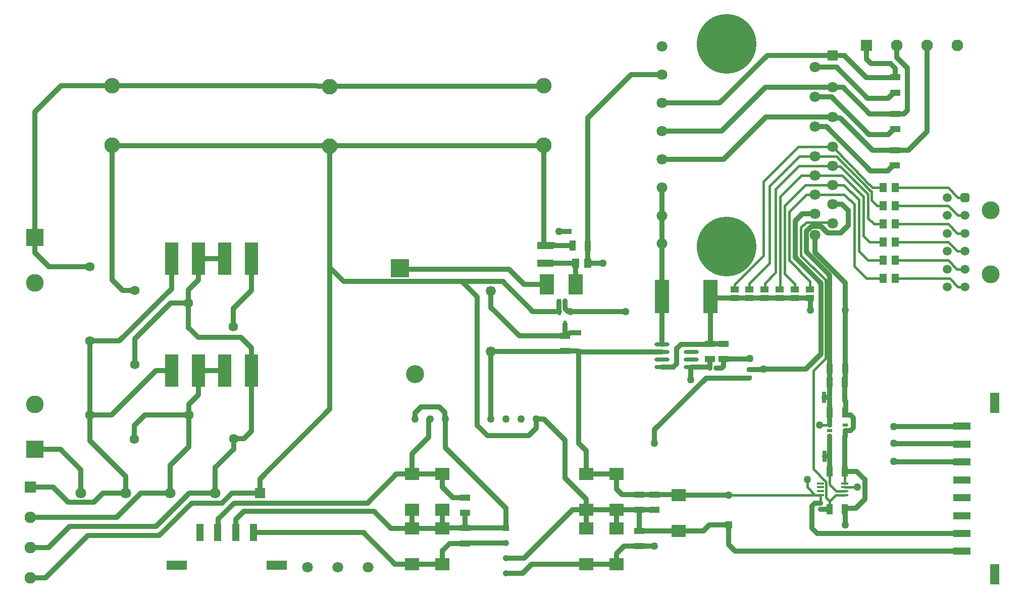
<source format=gtl>
G04*
G04 #@! TF.GenerationSoftware,Altium Limited,Altium Designer,24.10.1 (45)*
G04*
G04 Layer_Physical_Order=1*
G04 Layer_Color=255*
%FSLAX44Y44*%
%MOMM*%
G71*
G04*
G04 #@! TF.SameCoordinates,05503BBC-DAE6-461F-9388-7E2EE6D9866D*
G04*
G04*
G04 #@! TF.FilePolarity,Positive*
G04*
G01*
G75*
%ADD18C,0.2540*%
%ADD22R,1.2500X1.5500*%
%ADD23R,3.4300X1.6500*%
%ADD24R,1.2700X2.9200*%
%ADD25R,1.3562X1.0546*%
%ADD26R,2.9200X1.2700*%
%ADD27R,1.6500X3.4300*%
%ADD28R,1.1055X1.6582*%
%ADD29R,2.7000X1.2000*%
%ADD30R,0.5588X1.2192*%
%ADD31R,0.6500X0.6500*%
%ADD32R,1.6582X1.1055*%
%ADD33R,0.9500X0.9000*%
%ADD34R,0.8121X0.6587*%
%ADD35R,0.6500X0.6500*%
%ADD36R,1.9062X0.7562*%
%ADD37R,2.3300X1.9900*%
%ADD38R,2.4892X5.5880*%
%ADD39R,0.7562X1.9062*%
%ADD40R,0.9000X0.9500*%
%ADD41R,2.3022X5.4031*%
%ADD42R,2.4600X3.4200*%
%ADD43O,2.5000X0.7000*%
%ADD44R,0.8763X0.5080*%
%ADD45R,1.2565X0.4180*%
G04:AMPARAMS|DCode=46|XSize=1.2565mm|YSize=0.418mm|CornerRadius=0.209mm|HoleSize=0mm|Usage=FLASHONLY|Rotation=180.000|XOffset=0mm|YOffset=0mm|HoleType=Round|Shape=RoundedRectangle|*
%AMROUNDEDRECTD46*
21,1,1.2565,0.0000,0,0,180.0*
21,1,0.8385,0.4180,0,0,180.0*
1,1,0.4180,-0.4193,0.0000*
1,1,0.4180,0.4193,0.0000*
1,1,0.4180,0.4193,0.0000*
1,1,0.4180,-0.4193,0.0000*
%
%ADD46ROUNDEDRECTD46*%
%ADD59R,1.8034X1.8034*%
%ADD60C,1.8034*%
%ADD64C,1.6900*%
%ADD65C,3.0300*%
%ADD66R,3.1600X3.1600*%
%ADD67C,2.6162*%
%ADD70C,1.2700*%
%ADD71C,1.0668*%
%ADD72R,1.0668X1.0668*%
%ADD79C,1.3000*%
%ADD80R,1.3000X1.3000*%
%ADD82C,0.4064*%
%ADD83C,0.8128*%
%ADD84C,3.0000*%
%ADD85C,1.5200*%
G04:AMPARAMS|DCode=86|XSize=1.52mm|YSize=1.52mm|CornerRadius=0.38mm|HoleSize=0mm|Usage=FLASHONLY|Rotation=90.000|XOffset=0mm|YOffset=0mm|HoleType=Round|Shape=RoundedRectangle|*
%AMROUNDEDRECTD86*
21,1,1.5200,0.7600,0,0,90.0*
21,1,0.7600,1.5200,0,0,90.0*
1,1,0.7600,0.3800,0.3800*
1,1,0.7600,0.3800,-0.3800*
1,1,0.7600,-0.3800,-0.3800*
1,1,0.7600,-0.3800,0.3800*
%
%ADD86ROUNDEDRECTD86*%
%ADD87C,10.0160*%
%ADD88C,1.8000*%
%ADD89R,1.8000X1.8000*%
%ADD90R,1.9500X1.9500*%
%ADD91C,1.9500*%
%ADD92R,1.9500X1.9500*%
%ADD93C,2.9700*%
%ADD94R,2.9700X2.9700*%
%ADD95C,1.5900*%
D18*
X1189118Y734806D02*
X1189355Y734568D01*
X1188880Y751840D02*
X1189118Y751602D01*
X1323340Y340297D02*
X1323403Y340360D01*
X1442372Y680157D02*
X1442594Y680379D01*
X1442340Y680125D02*
X1442372Y680157D01*
X1442974Y756920D02*
Y759460D01*
X1361186D02*
X1361729Y758917D01*
X1361186Y759460D02*
X1361831Y760105D01*
X1221740Y667510D02*
X1222190Y667060D01*
D22*
X1752690Y850900D02*
D03*
X1732190D02*
D03*
X1732100Y911860D02*
D03*
X1752600D02*
D03*
X1732190Y881380D02*
D03*
X1752690D02*
D03*
X1732110Y942340D02*
D03*
X1752610D02*
D03*
X1732190Y820420D02*
D03*
X1752690D02*
D03*
X1732190Y789940D02*
D03*
X1752690D02*
D03*
X1216480Y815340D02*
D03*
X1236980D02*
D03*
D23*
X547997Y308464D02*
D03*
X715897D02*
D03*
D24*
X646947Y363164D02*
D03*
X676947D02*
D03*
X616947D02*
D03*
X586947D02*
D03*
D25*
X1584548Y771798D02*
D03*
Y757282D02*
D03*
X1533748Y771436D02*
D03*
Y756920D02*
D03*
X1559148Y771436D02*
D03*
Y756920D02*
D03*
X1483360Y771774D02*
D03*
Y757259D02*
D03*
X1609948Y771798D02*
D03*
Y757282D02*
D03*
X1508348Y771798D02*
D03*
Y757282D02*
D03*
D26*
X1864760Y331880D02*
D03*
Y361880D02*
D03*
Y421880D02*
D03*
Y481880D02*
D03*
Y541880D02*
D03*
Y511880D02*
D03*
Y451880D02*
D03*
Y391880D02*
D03*
D27*
X1919460Y580830D02*
D03*
Y292930D02*
D03*
D28*
X1236980Y844804D02*
D03*
X1211453Y845058D02*
D03*
X1668465Y402570D02*
D03*
X1642938D02*
D03*
X1668529Y565130D02*
D03*
X1643002D02*
D03*
X1668465Y466070D02*
D03*
X1642938D02*
D03*
X1668592Y638790D02*
D03*
X1643065D02*
D03*
X1668465Y615930D02*
D03*
X1642938D02*
D03*
D29*
X1165860Y845080D02*
D03*
Y816080D02*
D03*
D30*
X1198880Y713232D02*
D03*
X1189355Y734568D02*
D03*
X1208405D02*
D03*
D31*
X1188880Y751840D02*
D03*
X1198880D02*
D03*
X1442420Y639548D02*
D03*
X1452420D02*
D03*
D32*
X1442340Y654598D02*
D03*
Y680125D02*
D03*
X1465200Y654661D02*
D03*
Y680188D02*
D03*
X1751971Y1005303D02*
D03*
Y979776D02*
D03*
X1348740Y401320D02*
D03*
Y426847D02*
D03*
X1323340Y340297D02*
D03*
Y365824D02*
D03*
Y426847D02*
D03*
Y401320D02*
D03*
X1752680Y1127760D02*
D03*
Y1102233D02*
D03*
Y1066334D02*
D03*
Y1040807D02*
D03*
X1198880Y668020D02*
D03*
Y693547D02*
D03*
X1031240Y421767D02*
D03*
Y396240D02*
D03*
Y345313D02*
D03*
Y370840D02*
D03*
D33*
X1488042Y654451D02*
D03*
Y622951D02*
D03*
X1221740Y699010D02*
D03*
Y667510D02*
D03*
D34*
X1508362Y623461D02*
D03*
Y636996D02*
D03*
D35*
X1627825Y412570D02*
D03*
Y402570D02*
D03*
D36*
X1726571Y970803D02*
D03*
Y1005303D02*
D03*
X1727280Y1092730D02*
D03*
Y1127230D02*
D03*
Y1031770D02*
D03*
Y1066270D02*
D03*
D37*
X1234440Y461520D02*
D03*
Y401320D02*
D03*
Y309880D02*
D03*
Y370080D02*
D03*
X1285240Y309880D02*
D03*
Y370080D02*
D03*
Y461520D02*
D03*
Y401320D02*
D03*
X1389380Y366140D02*
D03*
Y426340D02*
D03*
X942340Y461520D02*
D03*
Y401320D02*
D03*
X993140Y461520D02*
D03*
Y401320D02*
D03*
X942340Y310261D02*
D03*
Y370461D02*
D03*
X993140Y310260D02*
D03*
Y370460D02*
D03*
D38*
X1442974Y759460D02*
D03*
X1361186D02*
D03*
D39*
X1633435Y590530D02*
D03*
X1667935D02*
D03*
X1633965Y491470D02*
D03*
X1668465D02*
D03*
D40*
X1236980Y868680D02*
D03*
X1205480D02*
D03*
D41*
X584200Y822960D02*
D03*
X539191D02*
D03*
X673100Y635000D02*
D03*
X628091D02*
D03*
X539191D02*
D03*
X584200D02*
D03*
X673100Y822960D02*
D03*
X628091D02*
D03*
D42*
X1216660Y779780D02*
D03*
X1168160D02*
D03*
D43*
X1410728Y641660D02*
D03*
Y654360D02*
D03*
Y667060D02*
D03*
Y679760D02*
D03*
X1361729Y641660D02*
D03*
Y654360D02*
D03*
Y667060D02*
D03*
Y679760D02*
D03*
D44*
X1668910Y525150D02*
D03*
Y534650D02*
D03*
Y544150D02*
D03*
X1642621D02*
D03*
Y534650D02*
D03*
Y525150D02*
D03*
D45*
X1668465Y426550D02*
D03*
D46*
Y433050D02*
D03*
Y439551D02*
D03*
Y446050D02*
D03*
X1627448D02*
D03*
Y439551D02*
D03*
Y433050D02*
D03*
Y426550D02*
D03*
D59*
X687280Y429260D02*
D03*
D60*
X612280D02*
D03*
X537280D02*
D03*
X462280D02*
D03*
X387280D02*
D03*
X767080Y304800D02*
D03*
X817880D02*
D03*
X868680D02*
D03*
D64*
X1074957Y768991D02*
D03*
Y667391D02*
D03*
D65*
X947957Y629291D02*
D03*
D66*
X922557Y807091D02*
D03*
D67*
X1163320Y1013460D02*
D03*
Y1113460D02*
D03*
X439420D02*
D03*
Y1013460D02*
D03*
X804551Y1111983D02*
D03*
Y1011983D02*
D03*
D70*
X1150620Y553720D02*
D03*
X1125220D02*
D03*
X1099820D02*
D03*
X1074420D02*
D03*
X998220D02*
D03*
X972820D02*
D03*
X947420D02*
D03*
X1300480Y734060D02*
D03*
X1262380Y815340D02*
D03*
X1605280Y452120D02*
D03*
X1625600Y543560D02*
D03*
X1610360Y736600D02*
D03*
X1668780D02*
D03*
X1689100Y439420D02*
D03*
X1508760Y655320D02*
D03*
X1531620Y637540D02*
D03*
X1750060Y482600D02*
D03*
Y513080D02*
D03*
Y541020D02*
D03*
X1668780Y375920D02*
D03*
X1348740Y513080D02*
D03*
X1409700Y619760D02*
D03*
X1188720Y868680D02*
D03*
X1348740Y340360D02*
D03*
D71*
X1099820Y294640D02*
D03*
Y320040D02*
D03*
Y345440D02*
D03*
D72*
Y370840D02*
D03*
D79*
X1473200Y426320D02*
D03*
D80*
Y376320D02*
D03*
D82*
X1701699Y955009D02*
G03*
X1701699Y955008I2874J2873D01*
G01*
X1702890Y953818D02*
X1714367Y942340D01*
X1731360D01*
X1701699Y955008D02*
X1702890Y953818D01*
X1701667Y955040D02*
X1701699Y955009D01*
X1483360Y771774D02*
Y779780D01*
Y769620D02*
Y771774D01*
X1841500Y942340D02*
X1858000Y925840D01*
X1752610Y942340D02*
X1841500D01*
X1750150Y944800D02*
X1752610Y942340D01*
X1722120Y911860D02*
X1731350D01*
X1712787Y921192D02*
X1722120Y911860D01*
X1752600D02*
X1841983D01*
X1858004Y895840D02*
X1869620D01*
X1841983Y911860D02*
X1858004Y895840D01*
X1856846Y865840D02*
X1869620D01*
X1841306Y881380D02*
X1856846Y865840D01*
X1752690Y881380D02*
X1841306D01*
X1707453Y890966D02*
Y931607D01*
X1717040Y881380D02*
X1732190D01*
X1707453Y890966D02*
X1717040Y881380D01*
X1534084Y771436D02*
Y782244D01*
X1709420Y850900D02*
X1732940D01*
X1699260Y861060D02*
X1709420Y850900D01*
X1699260Y861060D02*
Y927100D01*
X1559560Y771436D02*
Y927100D01*
X1841500Y850900D02*
X1856560Y835840D01*
X1753440Y850900D02*
X1841500D01*
X1856560Y835840D02*
X1869620D01*
X1704340Y789940D02*
X1732190D01*
X1684020Y810260D02*
X1704340Y789940D01*
X1684020Y810260D02*
Y914400D01*
X1706880Y820420D02*
X1731440D01*
X1691640Y835660D02*
X1706880Y820420D01*
X1691640Y835660D02*
Y922020D01*
X1856180Y805840D02*
X1869620D01*
X1841600Y820420D02*
X1856180Y805840D01*
X1752690Y820420D02*
X1841600D01*
X1844040Y789940D02*
X1858140Y775840D01*
X1751940Y789940D02*
X1844040D01*
X1858000Y925840D02*
X1869620D01*
X1858140Y775840D02*
X1869620D01*
X1646131Y884583D02*
X1647831Y882883D01*
X1603403Y884583D02*
X1646131D01*
X1594830Y876010D02*
X1603403Y884583D01*
X1618242Y426573D02*
X1627142D01*
X1627218Y426497D01*
X1605394Y439420D02*
X1618242Y426573D01*
X1605394Y439420D02*
Y452006D01*
X1615440Y635000D02*
X1635699Y655259D01*
X1615440Y469877D02*
Y635000D01*
Y469877D02*
X1637033Y448284D01*
X1625895Y543855D02*
X1642325D01*
X1635699Y655259D02*
Y787461D01*
X1594830Y828330D02*
Y876010D01*
Y828330D02*
X1635699Y787461D01*
X1642938Y444011D02*
X1653899Y433050D01*
X1642938Y444011D02*
Y466070D01*
X1637033Y422187D02*
X1642938Y416282D01*
X1653899Y433050D02*
X1668465D01*
X1637033Y422187D02*
Y448284D01*
X1574800Y901700D02*
X1603983Y930883D01*
X1574800Y820420D02*
Y901700D01*
Y820420D02*
X1609948Y785272D01*
Y771798D02*
Y785272D01*
X1551940Y800100D02*
Y939800D01*
X1534084Y782244D02*
X1551940Y800100D01*
X1583954Y772392D02*
Y780786D01*
X1567180Y797560D02*
Y911860D01*
X1583954Y772392D02*
X1584548Y771798D01*
X1567180Y797560D02*
X1583954Y780786D01*
X1567180Y911860D02*
X1602203Y946883D01*
X1551940Y939800D02*
X1591023Y978883D01*
X1508348Y781908D02*
X1541780Y815340D01*
Y944880D01*
X1508348Y771798D02*
Y781908D01*
X1483360Y779780D02*
X1531620Y828040D01*
Y952500D01*
X1559560Y927100D02*
X1595343Y962883D01*
X1617831Y930883D02*
X1667537D01*
X1642938Y402570D02*
Y416282D01*
X1653207Y426550D02*
X1668465D01*
X1642938Y416282D02*
X1653207Y426550D01*
X1603983Y930883D02*
X1617831D01*
X1668465Y446050D02*
Y463307D01*
Y439551D02*
X1688969D01*
X1473200Y426320D02*
X1622994D01*
X1627679D02*
X1627825Y426174D01*
Y412570D02*
Y426174D01*
X1531620Y952500D02*
X1590003Y1010883D01*
X1541780Y944880D02*
X1591783Y994883D01*
X1602203Y946883D02*
X1647831D01*
X1595343Y962883D02*
X1617831D01*
X1591023Y978883D02*
X1647831D01*
X1591783Y994883D02*
X1617831D01*
X1590003Y1010883D02*
X1647831D01*
X1667537Y930883D02*
X1684020Y914400D01*
X1648199Y978514D02*
X1660546D01*
X1647831Y978883D02*
X1648199Y978514D01*
X1660546D02*
X1707453Y931607D01*
X1663477Y962883D02*
X1699260Y927100D01*
X1617831Y962883D02*
X1663477D01*
X1666777Y946883D02*
X1691640Y922020D01*
X1647831Y946883D02*
X1666777D01*
X1709833Y938460D02*
X1712787Y935506D01*
Y921192D02*
Y935506D01*
X1709184Y939102D02*
X1709833Y938460D01*
X1704438Y943845D02*
X1704469Y943812D01*
X1660058Y989338D02*
X1661560Y987836D01*
X1708816Y939466D02*
X1709184Y939102D01*
X1704197Y944097D02*
X1704438Y943845D01*
X1704469Y943812D02*
X1708816Y939466D01*
X1661560Y987836D02*
X1704197Y944097D01*
X1702890Y953818D02*
X1702890D01*
X1648054Y1011097D02*
X1649241Y1009911D01*
X1647831Y1010883D02*
X1648054Y1011097D01*
X1649241Y1009911D02*
X1701667Y955040D01*
X1654384Y994883D02*
X1659929Y989338D01*
X1648920Y994883D02*
X1654384D01*
X1617831Y994883D02*
X1648920D01*
X1659929Y989338D02*
X1660058D01*
X1648920Y994883D02*
X1648920Y994883D01*
D83*
X568960Y429260D02*
X612280D01*
X513080Y373380D02*
X568960Y429260D01*
X368300Y373380D02*
X513080D01*
X518282Y358262D02*
X573024Y413004D01*
X398902Y358262D02*
X518282D01*
X1163320Y847016D02*
X1179164D01*
X998220Y505460D02*
X1099820Y403860D01*
X1031240Y370840D02*
X1099820D01*
Y403860D01*
X673100Y635000D02*
Y673100D01*
X655320Y690880D02*
X673100Y673100D01*
X1209675Y734060D02*
X1300480D01*
X1236980Y815340D02*
X1262380D01*
X914019Y310261D02*
X942340D01*
X861116Y363164D02*
X914019Y310261D01*
X676947Y363164D02*
X861116D01*
X867664Y413004D02*
X916180Y461520D01*
X644144Y413004D02*
X867664D01*
X878840Y398780D02*
X907160Y370461D01*
X646947Y385327D02*
X660400Y398780D01*
X617220Y386080D02*
X644144Y413004D01*
X660400Y398780D02*
X878840D01*
X646947Y363164D02*
Y385327D01*
X907160Y370461D02*
X942340D01*
Y401320D01*
X617220Y363164D02*
Y386080D01*
X573024Y413004D02*
X623824D01*
X640080Y429260D01*
X1348659Y401401D02*
X1348740Y401320D01*
X970280Y523240D02*
Y553720D01*
X640080Y429260D02*
X687280D01*
X1473200Y342900D02*
X1484220Y331880D01*
X1473200Y342900D02*
Y376320D01*
X1484220Y331880D02*
X1864760D01*
X1441612Y376320D02*
X1473200D01*
X439420Y1113460D02*
X763311D01*
X354000D02*
X439420D01*
X763311D02*
X803544Y1112990D01*
X804551Y1111983D01*
X612280Y472580D02*
X643331Y503631D01*
X612280Y429260D02*
Y472580D01*
X487680Y429260D02*
X537280D01*
Y476330D02*
X568331Y507381D01*
X537280Y429260D02*
Y476330D01*
X568331Y507381D02*
Y560803D01*
X643331Y503631D02*
Y520803D01*
X660503D01*
X327660Y287020D02*
X398902Y358262D01*
X332740Y337820D02*
X368300Y373380D01*
X447040Y388620D02*
X487680Y429260D01*
X302260Y388620D02*
X447040D01*
X1864400Y482240D02*
X1864760Y481880D01*
X1750420Y482240D02*
X1864400D01*
X1864160Y512480D02*
X1864760Y511880D01*
X1750660Y512480D02*
X1864160D01*
X1864330Y541450D02*
X1864760Y541880D01*
X1750490Y541450D02*
X1864330D01*
X1584960Y886779D02*
X1597064Y898883D01*
X1617831D01*
X1603497Y868820D02*
X1611893Y877217D01*
X1628497D02*
X1639574Y866140D01*
X1611893Y877217D02*
X1628497D01*
X1605280Y452120D02*
X1605394Y452006D01*
X1642325Y543855D02*
X1642621Y544150D01*
X1625600Y543560D02*
X1625895Y543855D01*
X1602740Y637540D02*
X1628333Y663133D01*
X1531620Y637540D02*
X1602740D01*
X1628333Y663133D02*
Y782127D01*
X1610154Y736806D02*
X1610360Y736600D01*
X1609948Y757282D02*
X1610154Y757076D01*
Y736806D02*
Y757076D01*
X1668686Y736506D02*
X1668780Y736600D01*
X1668686Y638884D02*
Y736506D01*
X1668592Y638790D02*
X1668686Y638884D01*
X1617831Y833860D02*
X1668780Y782911D01*
Y736600D02*
Y782911D01*
X1617831Y833860D02*
Y862883D01*
X1668592Y616057D02*
Y638790D01*
X1584960Y825500D02*
X1628333Y782127D01*
X1584960Y825500D02*
Y886779D01*
X1603497Y834903D02*
Y868820D01*
Y834903D02*
X1643065Y795335D01*
Y638790D02*
Y795335D01*
X1661160Y866140D02*
X1673860Y878840D01*
X1639574Y866140D02*
X1661160D01*
X1673860Y878840D02*
Y904240D01*
X1647831Y914883D02*
X1663217D01*
X1673860Y904240D01*
X1442594Y756181D02*
X1443672Y757259D01*
X1483360D01*
X1483372Y757270D01*
X1508336D02*
X1508348Y757282D01*
X1483372Y757270D02*
X1508336D01*
X1533748Y756920D02*
X1559148D01*
X1508710D02*
X1533748D01*
X1508348Y757282D02*
X1508710Y756920D01*
X1559148D02*
X1559510Y757282D01*
X1584548D01*
X1609948D01*
X1627825Y402570D02*
X1642938D01*
Y466070D02*
Y489982D01*
X1621860Y361880D02*
X1864760D01*
X1643065Y616057D02*
Y638790D01*
X1208405Y734568D02*
X1208532Y734441D01*
X1203918D02*
X1208532D01*
X1488476Y654886D02*
X1508326D01*
X1488042Y654451D02*
X1488476Y654886D01*
X1508326D02*
X1508760Y655320D01*
X1463941Y654661D02*
X1465200D01*
X1508362Y636996D02*
X1531075D01*
X1487832Y654661D02*
X1488042Y654451D01*
X1750060Y482600D02*
X1750420Y482240D01*
X1750060Y513080D02*
X1750660Y512480D01*
X1750060Y541020D02*
X1750490Y541450D01*
X1488042Y622951D02*
X1507852D01*
X1435751D02*
X1488042D01*
X1348740Y513080D02*
Y535940D01*
X1435751Y622951D01*
X1612900Y370840D02*
X1621860Y361880D01*
X1612900Y370840D02*
Y407809D01*
X1668623Y376077D02*
X1668780Y375920D01*
X1668465Y402570D02*
X1668623Y402413D01*
Y376077D02*
Y402413D01*
X1612900Y407809D02*
X1617661Y412570D01*
X1627825D01*
X1701800Y419100D02*
Y452120D01*
X1669698Y403803D02*
X1686503D01*
X1701800Y419100D01*
X1687850Y466070D02*
X1701800Y452120D01*
X1668465Y402570D02*
X1669698Y403803D01*
X1668465Y466070D02*
X1687850D01*
X1409700Y619760D02*
X1410214Y620274D01*
Y641146D01*
X1410728Y641660D01*
X1440309D01*
X1442420Y639548D01*
X1188720Y868680D02*
X1205480D01*
X1163320Y847016D02*
X1165256Y845080D01*
X1163320Y847016D02*
Y1013460D01*
X1165256Y845080D02*
X1165860D01*
X947642Y629605D02*
X947957Y629291D01*
X804551Y808494D02*
Y1011983D01*
Y808494D02*
X828184Y784860D01*
X804551Y570871D02*
Y808494D01*
X1026160Y784860D02*
X1051758Y759262D01*
Y543363D02*
Y759262D01*
Y543363D02*
X1069340Y525780D01*
X828184Y784860D02*
X1026160D01*
X1094740D01*
X1069340Y525780D02*
X1137920D01*
X1150620Y538480D01*
Y553720D01*
X1163320D01*
X687280Y453600D02*
X804551Y570871D01*
X805289Y1012722D02*
X1162582D01*
X1094740Y784860D02*
X1145032Y734568D01*
X687280Y429260D02*
Y453600D01*
X1145032Y734568D02*
X1189355D01*
X988060Y574040D02*
X997345Y564755D01*
X957580Y574040D02*
X988060D01*
X997345Y554595D02*
X998220Y553720D01*
X997345Y554595D02*
Y564755D01*
X998220Y505460D02*
Y553720D01*
X1130300Y320040D02*
X1211580Y401320D01*
X1234440D01*
X1198880Y454660D02*
X1234440Y419100D01*
X1198880Y454660D02*
Y518160D01*
X1163320Y553720D02*
X1198880Y518160D01*
X1234440Y401320D02*
Y419100D01*
Y370080D02*
Y401320D01*
X1099820Y320040D02*
X1130300D01*
X1198880Y739479D02*
Y751840D01*
Y739479D02*
X1203918Y734441D01*
X1189118Y734806D02*
Y751602D01*
X1181470Y815710D02*
X1216110D01*
X1181100Y816080D02*
X1181470Y815710D01*
X1216110D02*
X1216480Y815340D01*
X1162582Y1012722D02*
X1163320Y1013460D01*
X1179164Y847016D02*
X1181111Y845069D01*
X924467Y805180D02*
X1104900D01*
X947420Y553720D02*
Y563880D01*
X957580Y574040D01*
X804551Y1111983D02*
X805289Y1112721D01*
X1162582D02*
X1163320Y1113460D01*
X805289Y1112721D02*
X1162582D01*
X1181111Y845069D02*
X1211442D01*
X1211453Y845058D01*
X1216480Y779960D02*
Y815340D01*
Y779960D02*
X1216660Y779780D01*
X1130300D02*
X1168160D01*
X1104900Y805180D02*
X1130300Y779780D01*
X922557Y807091D02*
X924467Y805180D01*
X1236980Y815340D02*
Y844804D01*
Y868680D01*
Y1059180D01*
X1309933Y1132133D01*
X1389400Y426320D02*
X1473200D01*
X1410728Y679760D02*
X1441975D01*
X1393500D02*
X1410728D01*
X1323403Y340360D02*
X1348740D01*
X1667935Y590530D02*
Y615400D01*
Y585346D02*
Y590530D01*
X1442594Y680379D02*
Y756181D01*
X1465200Y654661D02*
X1487832D01*
X1465200Y642953D02*
Y654661D01*
X1461795Y639548D02*
X1465200Y642953D01*
X1465168Y680157D02*
X1465200Y680188D01*
X1442340Y654598D02*
X1442420Y654518D01*
Y639548D02*
Y654518D01*
X1452420Y639548D02*
X1461795D01*
X1442372Y680157D02*
X1465168D01*
X1386508Y647368D02*
Y672768D01*
X1393500Y679760D01*
X1380800Y641660D02*
X1386508Y647368D01*
X1361729Y641660D02*
X1380800D01*
X1641450Y491470D02*
X1642938Y489982D01*
X1642621Y492641D02*
Y525150D01*
X1641450Y491470D02*
X1642621Y492641D01*
X1633965Y491470D02*
X1641450D01*
X1642621Y564758D02*
X1642997Y565135D01*
X1642621Y544150D02*
Y564758D01*
X1642997Y565135D02*
Y589042D01*
X1633435Y590530D02*
X1640525D01*
X1641509D02*
X1642997Y589042D01*
X1640525Y590530D02*
X1641509D01*
X1640525D02*
X1642938Y592943D01*
Y615930D01*
X1643065Y616057D01*
X1682791Y539412D02*
Y556142D01*
X1678030Y534650D02*
X1682791Y539412D01*
X1668910Y534650D02*
X1678030D01*
X1668529Y565130D02*
X1669649Y566250D01*
X1668529Y562367D02*
X1669992Y560903D01*
X1678030D01*
X1682791Y556142D01*
X1667935Y585346D02*
X1669649Y583633D01*
Y566250D02*
Y583633D01*
X1668465Y466070D02*
Y491470D01*
Y524706D02*
X1668910Y525150D01*
X1668465Y491470D02*
Y524706D01*
X1668910Y525150D02*
Y534650D01*
X1667935Y615400D02*
X1668465Y615930D01*
X1668592Y616057D01*
X1711960Y1150620D02*
X1744980D01*
X1704340Y1158240D02*
Y1181100D01*
Y1158240D02*
X1711960Y1150620D01*
X1361729Y679760D02*
Y758917D01*
X1361831Y760105D02*
Y848333D01*
X1234440Y461520D02*
Y500380D01*
X1221740Y513080D02*
Y667510D01*
Y513080D02*
X1234440Y500380D01*
X1222190Y667060D02*
X1361729D01*
X1074957Y741143D02*
Y768991D01*
Y741143D02*
X1122553Y693547D01*
X1198880D01*
X1201644D02*
X1207107Y699010D01*
X1221740D01*
X1198880Y693547D02*
X1201644D01*
X1198880D02*
Y713232D01*
X1221230Y668020D02*
X1221740Y667510D01*
X1198880Y668020D02*
X1221230D01*
X1074957Y667391D02*
X1198251D01*
X1198880Y668020D01*
X1074688Y667122D02*
X1074957Y667391D01*
X1074688Y553988D02*
Y667122D01*
X1234440Y461520D02*
X1285240D01*
X1309933Y1132133D02*
X1361831D01*
Y848333D02*
Y895633D01*
Y942933D01*
X1711437Y970803D02*
X1726571D01*
X1637357Y1044883D02*
X1711437Y970803D01*
X1617831Y1044883D02*
X1637357D01*
X1774923Y1005303D02*
X1805940Y1036320D01*
X1751971Y1005303D02*
X1774923D01*
X1751971D02*
X1752876D01*
X1726571D02*
X1750060D01*
X1754734D01*
X1715037D02*
X1726571D01*
X1660501Y1059839D02*
X1715037Y1005303D01*
X1726571Y970803D02*
X1740234D01*
X1749207Y979776D02*
X1751971D01*
X1740234Y970803D02*
X1749207Y979776D01*
X1767429Y1066389D02*
X1772920Y1071880D01*
X1752735Y1066389D02*
X1767429D01*
X1772920Y1071880D02*
Y1143000D01*
X1752616Y1066270D02*
X1752735Y1066389D01*
X1805940Y1036320D02*
Y1180813D01*
X1648875Y1059839D02*
X1660501D01*
X1647831Y1060883D02*
X1648875Y1059839D01*
X1706350Y1092730D02*
X1740621D01*
X1654197Y1144883D02*
X1706350Y1092730D01*
X1617831Y1144883D02*
X1654197D01*
X1708890Y1031770D02*
X1740879D01*
X1645777Y1094883D02*
X1708890Y1031770D01*
X1617831Y1094883D02*
X1645777D01*
X1535863Y1060883D02*
X1647831D01*
X1709950Y1066270D02*
X1727280D01*
X1665337Y1110883D02*
X1709950Y1066270D01*
X1647831Y1110883D02*
X1665337D01*
X1535063D02*
X1647831D01*
X1704870Y1127230D02*
X1727280D01*
X1647831Y1164883D02*
X1667217D01*
X1704870Y1127230D01*
X1538263Y1164883D02*
X1647831D01*
X1740621Y1092730D02*
X1745659Y1097768D01*
Y1097975D01*
X1749916Y1102233D02*
X1752680D01*
X1745659Y1097975D02*
X1749916Y1102233D01*
X1740879Y1031770D02*
X1749916Y1040807D01*
X1752680D01*
X1755140Y1160780D02*
X1772920Y1143000D01*
X1755140Y1160780D02*
Y1181100D01*
X1744980Y1150620D02*
X1752680Y1142920D01*
Y1127760D02*
Y1142920D01*
X1727280Y1127230D02*
X1749916D01*
Y1127760D02*
X1752680D01*
X1727280Y1066270D02*
X1752616D01*
X1465213Y990233D02*
X1535863Y1060883D01*
X1361831Y990233D02*
X1465213D01*
X1362653Y1037533D02*
X1461713D01*
X1535063Y1110883D01*
X1361831Y1084833D02*
X1458213D01*
X1538263Y1164883D01*
X804551Y1011983D02*
X805289Y1012722D01*
X803812D02*
X804551Y1011983D01*
X439420Y1013460D02*
X440158Y1012722D01*
X803812D01*
X457200Y769620D02*
X477520D01*
X439420Y787400D02*
Y1013460D01*
Y787400D02*
X457200Y769620D01*
X1074420Y553720D02*
X1074688Y553988D01*
X1285240Y309880D02*
Y327660D01*
X1297877Y340297D02*
X1323340D01*
X1285240Y327660D02*
X1297877Y340297D01*
X1234440Y309880D02*
X1285240D01*
X1389064Y365824D02*
X1389380Y366140D01*
X1323340Y365824D02*
X1389064D01*
X1323340D02*
Y401320D01*
X1391080Y366140D02*
X1431432D01*
X1441612Y376320D01*
X1389380Y426340D02*
X1389400Y426320D01*
X1348740Y426847D02*
X1388873D01*
X1389380Y426340D01*
X1323340Y426847D02*
X1348740D01*
X1285240Y436420D02*
Y461520D01*
Y436420D02*
X1294813Y426847D01*
X1323340D01*
Y401320D02*
X1348740D01*
X1285240D02*
X1323340D01*
X1234440D02*
X1285240D01*
Y370080D02*
Y401320D01*
X1099820Y294640D02*
X1127760D01*
X1143000Y309880D02*
X1234440D01*
X1127760Y294640D02*
X1143000Y309880D01*
X1031367Y345440D02*
X1099820D01*
X1031240Y345313D02*
X1031367Y345440D01*
X993140Y310260D02*
Y332740D01*
X1005713Y345313D02*
X1031240D01*
X993140Y332740D02*
X1005713Y345313D01*
X993139Y310261D02*
X993140Y310260D01*
X942340Y310261D02*
X993139D01*
X1031240Y370840D02*
Y396240D01*
X993140Y370460D02*
X993520Y370840D01*
X1031240D01*
X993140Y370461D02*
Y401320D01*
X942340Y370461D02*
X993139D01*
X942340Y495300D02*
X970280Y523240D01*
X942340Y461520D02*
Y495300D01*
X944040Y461520D02*
X993140D01*
X1010793Y421767D02*
X1031240D01*
X993140Y439420D02*
Y461520D01*
Y439420D02*
X1010793Y421767D01*
X673100Y769620D02*
Y822960D01*
X642620Y708660D02*
Y739140D01*
X673100Y769620D01*
X309880Y1069340D02*
X354000Y1113460D01*
X309880Y859028D02*
Y1069340D01*
Y833120D02*
Y859028D01*
X333380Y809620D02*
X402520D01*
X309880Y833120D02*
X333380Y809620D01*
X387280Y429260D02*
Y468700D01*
X353060Y502920D02*
X387280Y468700D01*
X309880Y502920D02*
X353060D01*
X302260Y439420D02*
X340545D01*
X365945Y414020D01*
X408940D01*
X539191Y772871D02*
Y822960D01*
X402520Y685160D02*
X451480D01*
X539191Y772871D01*
X537840Y748660D02*
X567620D01*
X477520Y645160D02*
Y688340D01*
X537840Y748660D01*
X568331Y560803D02*
Y578491D01*
X584200Y594360D01*
Y635000D01*
Y787400D02*
Y822960D01*
X567620Y748660D02*
Y770820D01*
X584200Y787400D01*
Y822960D02*
X628091D01*
X567620Y707460D02*
X584200Y690880D01*
X655320D01*
X567620Y707460D02*
Y748660D01*
X673100Y533400D02*
Y635000D01*
X402301Y684941D02*
X402520Y685160D01*
X438680Y560600D02*
X513080Y635000D01*
X402083Y560600D02*
X438680D01*
X513080Y635000D02*
X539191D01*
X402083Y560600D02*
X402301Y560818D01*
X402083Y517397D02*
Y560600D01*
Y517397D02*
X462280Y457200D01*
Y429260D02*
Y457200D01*
X584200Y635000D02*
X628091D01*
X477083Y520600D02*
Y543123D01*
X494763Y560803D02*
X568331D01*
X477083Y543123D02*
X494763Y560803D01*
X660503Y520803D02*
X673100Y533400D01*
X402301Y560818D02*
Y684941D01*
X916180Y461520D02*
X942340D01*
X408940Y414020D02*
X424180Y429260D01*
X462280D01*
X302260Y287020D02*
X327660D01*
X302260Y337820D02*
X332740D01*
D84*
X1912620Y904240D02*
D03*
Y797440D02*
D03*
D85*
X1869620Y865840D02*
D03*
Y895840D02*
D03*
Y835840D02*
D03*
Y805840D02*
D03*
Y775840D02*
D03*
X1839620Y925840D02*
D03*
Y895840D02*
D03*
Y865840D02*
D03*
Y835840D02*
D03*
Y805840D02*
D03*
Y775840D02*
D03*
D86*
X1869620Y925840D02*
D03*
D87*
X1469830Y843633D02*
D03*
Y1184133D02*
D03*
D88*
X1361831Y1179433D02*
D03*
Y1132133D02*
D03*
Y1084833D02*
D03*
Y1037533D02*
D03*
Y990233D02*
D03*
Y942933D02*
D03*
Y895633D02*
D03*
Y848333D02*
D03*
X1617831Y862883D02*
D03*
X1647831Y882883D02*
D03*
X1617831Y898883D02*
D03*
X1647831Y914883D02*
D03*
X1617831Y930883D02*
D03*
X1647831Y946883D02*
D03*
X1617831Y962883D02*
D03*
X1647831Y978883D02*
D03*
X1617831Y994883D02*
D03*
X1647831Y1010883D02*
D03*
X1617831Y1044883D02*
D03*
X1647831Y1060883D02*
D03*
X1617831Y1094883D02*
D03*
X1647831Y1110883D02*
D03*
X1617831Y1144883D02*
D03*
D89*
X1647831Y1164883D02*
D03*
D90*
X302260Y439420D02*
D03*
D91*
Y388620D02*
D03*
Y337820D02*
D03*
Y287020D02*
D03*
X1856740Y1181100D02*
D03*
X1805940D02*
D03*
X1755140D02*
D03*
D92*
X1704340D02*
D03*
D93*
X309880Y578920D02*
D03*
Y783028D02*
D03*
D94*
Y502920D02*
D03*
Y859028D02*
D03*
D95*
X477520Y769620D02*
D03*
X402520Y809620D02*
D03*
Y685160D02*
D03*
X477520Y645160D02*
D03*
X568331Y560803D02*
D03*
X643331Y520803D02*
D03*
X402083Y560600D02*
D03*
X477083Y520600D02*
D03*
X642620Y708660D02*
D03*
X567620Y748660D02*
D03*
M02*

</source>
